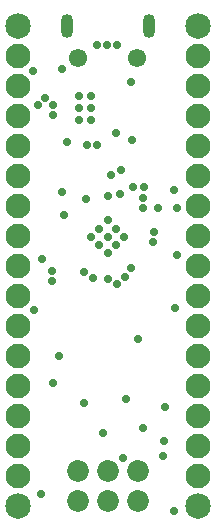
<source format=gbs>
G04*
G04 #@! TF.GenerationSoftware,Altium Limited,Altium Designer,21.5.1 (32)*
G04*
G04 Layer_Color=16711935*
%FSLAX44Y44*%
%MOMM*%
G71*
G04*
G04 #@! TF.SameCoordinates,C2353FAA-8F2D-43E4-B4A7-D176906AD12A*
G04*
G04*
G04 #@! TF.FilePolarity,Negative*
G04*
G01*
G75*
%ADD41O,1.0500X2.0000*%
%ADD42C,1.5500*%
%ADD43C,1.8500*%
%ADD44C,2.1000*%
%ADD45C,0.7000*%
%ADD46C,2.1600*%
D41*
X53900Y418500D02*
D03*
X123900D02*
D03*
D42*
X63900Y391500D02*
D03*
X113900D02*
D03*
D43*
X114300Y16460D02*
D03*
Y41860D02*
D03*
X88900Y16460D02*
D03*
Y41860D02*
D03*
X63500Y16460D02*
D03*
Y41860D02*
D03*
D44*
X165100Y215900D02*
D03*
Y241300D02*
D03*
Y190500D02*
D03*
Y165100D02*
D03*
Y139700D02*
D03*
Y114300D02*
D03*
Y88900D02*
D03*
Y63500D02*
D03*
Y266700D02*
D03*
Y292100D02*
D03*
Y317500D02*
D03*
Y342900D02*
D03*
Y368300D02*
D03*
Y393700D02*
D03*
Y38100D02*
D03*
X13200Y215900D02*
D03*
Y190500D02*
D03*
Y241300D02*
D03*
Y266700D02*
D03*
Y292100D02*
D03*
Y317500D02*
D03*
Y342900D02*
D03*
Y368300D02*
D03*
Y165100D02*
D03*
Y139700D02*
D03*
Y114300D02*
D03*
Y88900D02*
D03*
Y63500D02*
D03*
Y38100D02*
D03*
Y393700D02*
D03*
D45*
X50292Y278130D02*
D03*
X25654Y381000D02*
D03*
X32952Y221451D02*
D03*
X101600Y52781D02*
D03*
X135890Y54356D02*
D03*
X26162Y178562D02*
D03*
X54000Y320500D02*
D03*
X145796Y180086D02*
D03*
X147066Y264414D02*
D03*
X42250Y116078D02*
D03*
X47250Y139250D02*
D03*
X108151Y371250D02*
D03*
X131572Y264414D02*
D03*
X41500Y211328D02*
D03*
X68834Y210820D02*
D03*
X144780Y279654D02*
D03*
X126746Y235712D02*
D03*
X88750Y226250D02*
D03*
X118250Y264500D02*
D03*
X99500Y276750D02*
D03*
X88750Y254250D02*
D03*
X81750Y247250D02*
D03*
X95750Y247250D02*
D03*
X97000Y200000D02*
D03*
X74750Y240250D02*
D03*
X119000Y273500D02*
D03*
X91750Y292750D02*
D03*
X88750Y240250D02*
D03*
X119250Y282250D02*
D03*
X95750Y233250D02*
D03*
X108250Y213750D02*
D03*
X81750Y233250D02*
D03*
X102750Y240250D02*
D03*
X51308Y258572D02*
D03*
X103000Y206500D02*
D03*
X109750Y282750D02*
D03*
X88750Y275250D02*
D03*
X70000Y272000D02*
D03*
X41500Y202750D02*
D03*
X75925Y205165D02*
D03*
X89250Y204750D02*
D03*
X64250Y359500D02*
D03*
X79790Y318000D02*
D03*
X42750Y352000D02*
D03*
X74250Y349500D02*
D03*
X42750Y343000D02*
D03*
X64250Y349500D02*
D03*
X74250Y339500D02*
D03*
X64250Y339500D02*
D03*
X74250Y359500D02*
D03*
X95750Y328000D02*
D03*
X71250Y318000D02*
D03*
X147250Y224500D02*
D03*
X99613Y296905D02*
D03*
X69000Y99750D02*
D03*
X137500Y96266D02*
D03*
X30000Y352000D02*
D03*
X136000Y67500D02*
D03*
X114250Y154000D02*
D03*
X50454Y382250D02*
D03*
X127720Y244210D02*
D03*
X104000Y102750D02*
D03*
X32004Y22606D02*
D03*
X36000Y358000D02*
D03*
X144750Y8000D02*
D03*
X84520Y73750D02*
D03*
X79250Y402750D02*
D03*
X96420D02*
D03*
X87880D02*
D03*
X118500Y78000D02*
D03*
X109500Y322500D02*
D03*
D46*
X165100Y12700D02*
D03*
X12700Y419100D02*
D03*
Y12700D02*
D03*
X165100Y419100D02*
D03*
M02*

</source>
